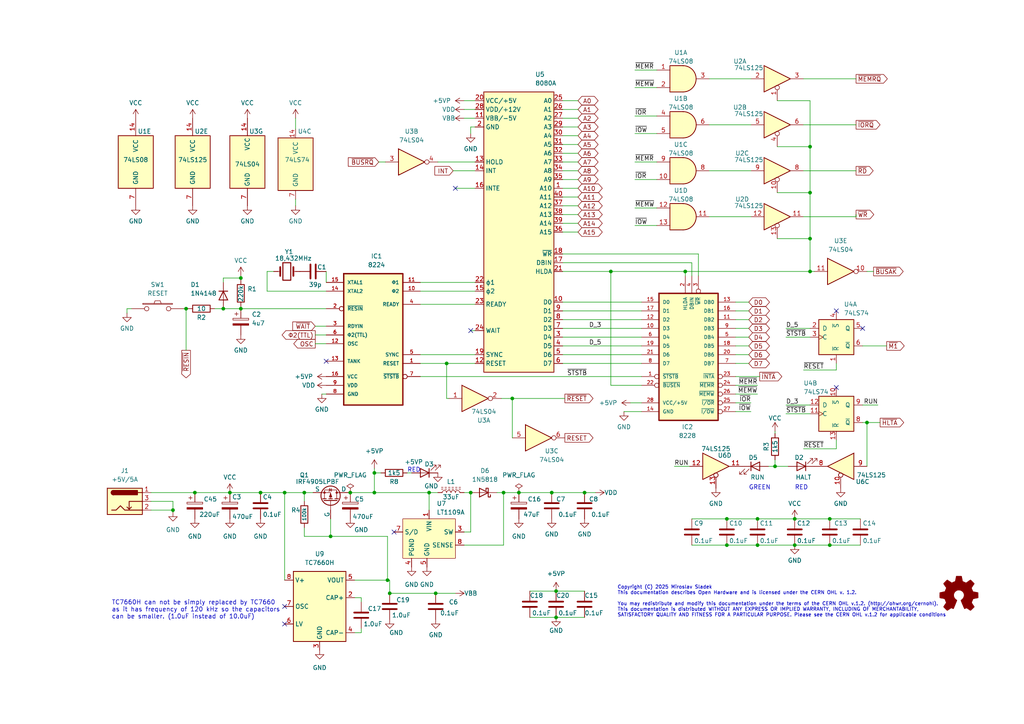
<source format=kicad_sch>
(kicad_sch (version 20230121) (generator eeschema)
  (paper "A4")
  (title_block (title "ECB 8080 SBC") (date "2025-03-17") (rev "A"))
  (junction (at 88.265 142.875))
  (junction (at 56.515 142.875))
  (junction (at 234.95 69.215))
  (junction (at 124.46 142.875))
  (junction (at 108.585 142.875))
  (junction (at 146.05 142.875))
  (junction (at 50.165 147.955))
  (junction (at 198.755 78.74))
  (junction (at 148.59 115.57))
  (junction (at 136.525 142.875))
  (junction (at 126.365 172.085))
  (junction (at 224.79 135.255))
  (junction (at 210.82 150.495))
  (junction (at 53.975 89.535))
  (junction (at 177.165 78.74))
  (junction (at 150.495 142.875))
  (junction (at 230.505 150.495))
  (junction (at 169.545 142.875))
  (junction (at 160.02 142.875))
  (junction (at 108.585 137.16))
  (junction (at 66.675 142.875))
  (junction (at 251.46 122.555))
  (junction (at 112.395 168.275))
  (junction (at 234.95 55.88))
  (junction (at 69.85 80.645))
  (junction (at 161.29 171.45))
  (junction (at 230.505 158.115))
  (junction (at 64.77 89.535))
  (junction (at 234.95 78.74))
  (junction (at 95.885 155.575))
  (junction (at 219.71 158.115))
  (junction (at 219.71 150.495))
  (junction (at 82.55 142.875))
  (junction (at 161.29 179.07))
  (junction (at 129.54 105.41))
  (junction (at 240.665 150.495))
  (junction (at 240.665 158.115))
  (junction (at 69.85 89.535))
  (junction (at 113.03 172.085))
  (junction (at 101.6 142.875))
  (junction (at 75.565 142.875))
  (junction (at 234.95 42.545))
  (junction (at 210.82 158.115))
  (no_connect (at 242.57 90.17))
  (no_connect (at 82.55 180.975))
  (no_connect (at 114.3 154.305))
  (no_connect (at 136.525 95.885))
  (no_connect (at 250.19 95.25))
  (no_connect (at 82.55 175.895))
  (no_connect (at 242.57 112.395))
  (no_connect (at 94.615 104.775))
  (no_connect (at 132.08 54.61))
  (wire (pts (xy 95.885 150.495) (xy 95.885 155.575)))
  (wire (pts (xy 177.165 78.74) (xy 177.165 111.76)))
  (wire (pts (xy 240.665 158.115) (xy 249.555 158.115)))
  (wire (pts (xy 186.055 102.87) (xy 163.195 102.87)))
  (wire (pts (xy 234.95 42.545) (xy 234.95 55.88)))
  (wire (pts (xy 177.165 78.74) (xy 198.755 78.74)))
  (wire (pts (xy 144.145 142.875) (xy 146.05 142.875)))
  (wire (pts (xy 109.855 46.99) (xy 111.76 46.99)))
  (wire (pts (xy 163.195 64.77) (xy 167.64 64.77)))
  (wire (pts (xy 75.565 142.875) (xy 82.55 142.875)))
  (wire (pts (xy 163.195 41.91) (xy 167.64 41.91)))
  (wire (pts (xy 163.195 52.07) (xy 167.64 52.07)))
  (wire (pts (xy 163.195 49.53) (xy 167.64 49.53)))
  (wire (pts (xy 163.195 76.2) (xy 200.66 76.2)))
  (wire (pts (xy 213.36 102.87) (xy 217.17 102.87)))
  (wire (pts (xy 127 46.99) (xy 137.795 46.99)))
  (wire (pts (xy 163.195 31.75) (xy 167.64 31.75)))
  (wire (pts (xy 163.195 73.66) (xy 202.565 73.66)))
  (wire (pts (xy 148.59 115.57) (xy 148.59 127)))
  (wire (pts (xy 124.46 142.875) (xy 124.46 147.955)))
  (wire (pts (xy 225.425 29.21) (xy 234.95 29.21)))
  (wire (pts (xy 163.195 67.31) (xy 167.64 67.31)))
  (wire (pts (xy 153.67 179.07) (xy 161.29 179.07)))
  (wire (pts (xy 224.79 135.255) (xy 228.6 135.255)))
  (wire (pts (xy 132.08 54.61) (xy 137.795 54.61)))
  (wire (pts (xy 184.15 38.735) (xy 190.5 38.735)))
  (wire (pts (xy 145.415 115.57) (xy 148.59 115.57)))
  (wire (pts (xy 163.195 46.99) (xy 167.64 46.99)))
  (wire (pts (xy 227.965 120.015) (xy 234.95 120.015)))
  (wire (pts (xy 213.36 100.33) (xy 217.17 100.33)))
  (wire (pts (xy 184.15 33.655) (xy 190.5 33.655)))
  (wire (pts (xy 136.525 95.885) (xy 137.795 95.885)))
  (wire (pts (xy 163.195 44.45) (xy 167.64 44.45)))
  (wire (pts (xy 69.85 80.01) (xy 69.85 80.645)))
  (wire (pts (xy 121.92 88.265) (xy 137.795 88.265)))
  (wire (pts (xy 205.74 49.53) (xy 217.805 49.53)))
  (wire (pts (xy 213.36 97.79) (xy 217.17 97.79)))
  (wire (pts (xy 112.395 168.275) (xy 113.03 168.275)))
  (wire (pts (xy 233.045 107.315) (xy 242.57 107.315)))
  (wire (pts (xy 251.46 122.555) (xy 251.46 135.255)))
  (wire (pts (xy 161.29 179.07) (xy 169.545 179.07)))
  (wire (pts (xy 205.74 62.865) (xy 217.805 62.865)))
  (wire (pts (xy 91.44 99.695) (xy 94.615 99.695)))
  (wire (pts (xy 248.285 62.23) (xy 248.285 62.865)))
  (wire (pts (xy 62.23 89.535) (xy 64.77 89.535)))
  (wire (pts (xy 85.725 34.29) (xy 85.725 37.465)))
  (wire (pts (xy 53.975 89.535) (xy 53.975 101.6)))
  (wire (pts (xy 205.74 22.86) (xy 217.805 22.86)))
  (wire (pts (xy 186.055 97.79) (xy 163.195 97.79)))
  (wire (pts (xy 200.025 135.255) (xy 195.58 135.255)))
  (wire (pts (xy 240.665 150.495) (xy 249.555 150.495)))
  (wire (pts (xy 184.15 65.405) (xy 190.5 65.405)))
  (wire (pts (xy 217.17 87.63) (xy 213.36 87.63)))
  (wire (pts (xy 219.71 158.115) (xy 230.505 158.115)))
  (wire (pts (xy 198.755 78.74) (xy 198.755 80.01)))
  (wire (pts (xy 163.195 36.83) (xy 167.64 36.83)))
  (wire (pts (xy 134.62 31.75) (xy 137.795 31.75)))
  (wire (pts (xy 121.92 105.41) (xy 129.54 105.41)))
  (wire (pts (xy 186.055 119.38) (xy 180.975 119.38)))
  (wire (pts (xy 161.29 171.45) (xy 169.545 171.45)))
  (wire (pts (xy 108.585 137.16) (xy 110.49 137.16)))
  (wire (pts (xy 153.67 171.45) (xy 161.29 171.45)))
  (wire (pts (xy 184.15 25.4) (xy 190.5 25.4)))
  (wire (pts (xy 121.92 102.87) (xy 137.795 102.87)))
  (wire (pts (xy 79.375 78.74) (xy 77.47 78.74)))
  (wire (pts (xy 227.965 95.25) (xy 234.95 95.25)))
  (wire (pts (xy 134.62 158.115) (xy 146.05 158.115)))
  (wire (pts (xy 186.055 95.25) (xy 163.195 95.25)))
  (wire (pts (xy 134.62 29.21) (xy 137.795 29.21)))
  (wire (pts (xy 108.585 142.875) (xy 124.46 142.875)))
  (wire (pts (xy 163.195 57.15) (xy 167.64 57.15)))
  (wire (pts (xy 163.195 62.23) (xy 167.64 62.23)))
  (wire (pts (xy 210.82 158.115) (xy 219.71 158.115)))
  (wire (pts (xy 225.425 42.545) (xy 234.95 42.545)))
  (wire (pts (xy 137.795 36.83) (xy 136.525 36.83)))
  (wire (pts (xy 56.515 142.875) (xy 66.675 142.875)))
  (wire (pts (xy 160.02 142.875) (xy 169.545 142.875)))
  (wire (pts (xy 50.165 147.955) (xy 50.165 148.59)))
  (wire (pts (xy 233.045 49.53) (xy 248.285 49.53)))
  (wire (pts (xy 225.425 69.215) (xy 234.95 69.215)))
  (wire (pts (xy 146.05 158.115) (xy 146.05 142.875)))
  (wire (pts (xy 112.395 155.575) (xy 112.395 168.275)))
  (wire (pts (xy 177.165 111.76) (xy 186.055 111.76)))
  (wire (pts (xy 94.615 78.74) (xy 94.615 81.915)))
  (wire (pts (xy 163.195 54.61) (xy 167.64 54.61)))
  (wire (pts (xy 200.66 150.495) (xy 210.82 150.495)))
  (wire (pts (xy 234.95 55.88) (xy 234.95 69.215)))
  (wire (pts (xy 69.85 80.645) (xy 69.85 81.28)))
  (wire (pts (xy 234.95 78.74) (xy 236.22 78.74)))
  (wire (pts (xy 95.885 155.575) (xy 112.395 155.575)))
  (wire (pts (xy 134.62 142.875) (xy 136.525 142.875)))
  (wire (pts (xy 233.045 62.865) (xy 248.285 62.865)))
  (wire (pts (xy 200.66 76.2) (xy 200.66 80.01)))
  (wire (pts (xy 198.755 78.74) (xy 234.95 78.74)))
  (wire (pts (xy 43.815 145.415) (xy 50.165 145.415)))
  (wire (pts (xy 88.265 153.035) (xy 88.265 155.575)))
  (wire (pts (xy 43.815 142.875) (xy 56.515 142.875)))
  (wire (pts (xy 224.79 125.73) (xy 224.79 125.095)))
  (wire (pts (xy 104.775 183.515) (xy 102.87 183.515)))
  (wire (pts (xy 186.055 92.71) (xy 163.195 92.71)))
  (wire (pts (xy 102.87 168.275) (xy 112.395 168.275)))
  (wire (pts (xy 184.15 20.32) (xy 190.5 20.32)))
  (wire (pts (xy 234.95 69.215) (xy 234.95 78.74)))
  (wire (pts (xy 230.505 150.495) (xy 240.665 150.495)))
  (wire (pts (xy 131.445 49.53) (xy 137.795 49.53)))
  (wire (pts (xy 148.59 115.57) (xy 163.83 115.57)))
  (wire (pts (xy 64.77 80.645) (xy 69.85 80.645)))
  (wire (pts (xy 205.74 36.195) (xy 217.805 36.195)))
  (wire (pts (xy 108.585 137.16) (xy 108.585 142.875)))
  (wire (pts (xy 88.265 155.575) (xy 95.885 155.575)))
  (wire (pts (xy 69.85 89.535) (xy 69.85 88.9)))
  (wire (pts (xy 186.055 87.63) (xy 163.195 87.63)))
  (wire (pts (xy 213.36 105.41) (xy 217.17 105.41)))
  (wire (pts (xy 222.885 135.255) (xy 224.79 135.255)))
  (wire (pts (xy 242.57 107.315) (xy 242.57 105.41)))
  (wire (pts (xy 85.725 59.69) (xy 85.725 57.785)))
  (wire (pts (xy 186.055 105.41) (xy 163.195 105.41)))
  (wire (pts (xy 163.195 29.21) (xy 167.64 29.21)))
  (wire (pts (xy 94.615 89.535) (xy 69.85 89.535)))
  (wire (pts (xy 77.47 84.455) (xy 94.615 84.455)))
  (wire (pts (xy 213.36 116.84) (xy 217.805 116.84)))
  (wire (pts (xy 233.045 22.86) (xy 248.285 22.86)))
  (wire (pts (xy 257.175 100.33) (xy 250.19 100.33)))
  (wire (pts (xy 254.635 117.475) (xy 250.19 117.475)))
  (wire (pts (xy 255.27 122.555) (xy 251.46 122.555)))
  (wire (pts (xy 163.195 78.74) (xy 177.165 78.74)))
  (wire (pts (xy 163.195 59.69) (xy 167.64 59.69)))
  (wire (pts (xy 150.495 142.875) (xy 160.02 142.875)))
  (wire (pts (xy 88.265 142.875) (xy 90.805 142.875)))
  (wire (pts (xy 225.425 55.88) (xy 234.95 55.88)))
  (wire (pts (xy 184.15 46.99) (xy 190.5 46.99)))
  (wire (pts (xy 213.36 95.25) (xy 217.17 95.25)))
  (wire (pts (xy 234.95 29.21) (xy 234.95 42.545)))
  (wire (pts (xy 129.54 115.57) (xy 130.175 115.57)))
  (wire (pts (xy 129.54 105.41) (xy 137.795 105.41)))
  (wire (pts (xy 146.05 142.875) (xy 150.495 142.875)))
  (wire (pts (xy 242.57 127.635) (xy 242.57 130.175)))
  (wire (pts (xy 118.11 137.16) (xy 119.38 137.16)))
  (wire (pts (xy 64.77 81.915) (xy 64.77 80.645)))
  (wire (pts (xy 53.975 89.535) (xy 53.34 89.535)))
  (wire (pts (xy 186.055 90.17) (xy 163.195 90.17)))
  (wire (pts (xy 184.15 60.325) (xy 190.5 60.325)))
  (wire (pts (xy 213.36 114.3) (xy 219.71 114.3)))
  (wire (pts (xy 64.77 89.535) (xy 69.85 89.535)))
  (wire (pts (xy 36.83 89.535) (xy 36.83 90.805)))
  (wire (pts (xy 104.775 182.245) (xy 104.775 183.515)))
  (wire (pts (xy 91.44 94.615) (xy 94.615 94.615)))
  (wire (pts (xy 82.55 142.875) (xy 88.265 142.875)))
  (wire (pts (xy 163.195 39.37) (xy 167.64 39.37)))
  (wire (pts (xy 163.195 34.29) (xy 167.64 34.29)))
  (wire (pts (xy 54.61 89.535) (xy 53.975 89.535)))
  (wire (pts (xy 210.82 150.495) (xy 219.71 150.495)))
  (wire (pts (xy 169.545 142.875) (xy 172.72 142.875)))
  (wire (pts (xy 77.47 78.74) (xy 77.47 84.455)))
  (wire (pts (xy 134.62 34.29) (xy 137.795 34.29)))
  (wire (pts (xy 121.92 109.22) (xy 186.055 109.22)))
  (wire (pts (xy 43.815 147.955) (xy 50.165 147.955)))
  (wire (pts (xy 202.565 73.66) (xy 202.565 80.01)))
  (wire (pts (xy 136.525 36.83) (xy 136.525 38.735)))
  (wire (pts (xy 213.36 92.71) (xy 217.17 92.71)))
  (wire (pts (xy 94.615 114.3) (xy 93.345 114.3)))
  (wire (pts (xy 227.965 117.475) (xy 234.95 117.475)))
  (wire (pts (xy 50.165 145.415) (xy 50.165 147.955)))
  (wire (pts (xy 251.46 78.74) (xy 253.365 78.74)))
  (wire (pts (xy 66.675 142.875) (xy 75.565 142.875)))
  (wire (pts (xy 186.055 116.84) (xy 182.88 116.84)))
  (wire (pts (xy 91.44 97.155) (xy 94.615 97.155)))
  (wire (pts (xy 213.36 109.22) (xy 220.345 109.22)))
  (wire (pts (xy 108.585 135.89) (xy 108.585 137.16)))
  (wire (pts (xy 121.92 84.455) (xy 137.795 84.455)))
  (wire (pts (xy 104.775 173.355) (xy 104.775 174.625)))
  (wire (pts (xy 186.055 100.33) (xy 163.195 100.33)))
  (wire (pts (xy 233.045 130.175) (xy 242.57 130.175)))
  (wire (pts (xy 230.505 158.115) (xy 240.665 158.115)))
  (wire (pts (xy 134.62 154.305) (xy 136.525 154.305)))
  (wire (pts (xy 227.965 97.79) (xy 234.95 97.79)))
  (wire (pts (xy 219.71 150.495) (xy 230.505 150.495)))
  (wire (pts (xy 101.6 142.875) (xy 108.585 142.875)))
  (wire (pts (xy 129.54 105.41) (xy 129.54 115.57)))
  (wire (pts (xy 224.79 133.35) (xy 224.79 135.255)))
  (wire (pts (xy 113.03 172.085) (xy 126.365 172.085)))
  (wire (pts (xy 233.045 36.195) (xy 248.285 36.195)))
  (wire (pts (xy 121.92 81.915) (xy 137.795 81.915)))
  (wire (pts (xy 100.965 142.875) (xy 101.6 142.875)))
  (wire (pts (xy 88.265 145.415) (xy 88.265 142.875)))
  (wire (pts (xy 200.66 158.115) (xy 210.82 158.115)))
  (wire (pts (xy 136.525 154.305) (xy 136.525 142.875)))
  (wire (pts (xy 113.03 168.275) (xy 113.03 172.085)))
  (wire (pts (xy 102.87 173.355) (xy 104.775 173.355)))
  (wire (pts (xy 82.55 142.875) (xy 82.55 168.275)))
  (wire (pts (xy 213.36 90.17) (xy 217.17 90.17)))
  (wire (pts (xy 126.365 172.085) (xy 132.08 172.085)))
  (wire (pts (xy 213.36 111.76) (xy 219.71 111.76)))
  (wire (pts (xy 213.36 119.38) (xy 217.805 119.38)))
  (wire (pts (xy 36.83 89.535) (xy 38.1 89.535)))
  (wire (pts (xy 184.15 52.07) (xy 190.5 52.07)))
  (wire (pts (xy 251.46 122.555) (xy 250.19 122.555)))
  (wire (pts (xy 124.46 142.875) (xy 127 142.875)))
  (text "GREEN" (at 217.17 142.24 0) (effects (font (size 1.27 1.27)) (justify left bottom)))
  (text "RED" (at 118.11 137.16 0) (effects (font (size 1.27 1.27)) (justify left bottom)))
  (text "TC7660H can not be simply replaced by TC7660 \nas it has frequency of 120 kHz so the capacitors \ncan be smaller. (1.0uF instead of 10.0uF)" (at 32.385 179.705 0) (effects (font (size 1.27 1.27)) (justify left bottom)))
  (text "Copyright (C) 2025 Miroslav Sladek\nThis documentation describes Open Hardware and is licensed under the CERN OHL v. 1.2.\n\nYou may redistribute and modify this documentation under the terms of the CERN OHL v.1.2. (http://ohwr.org/cernohl).\nThis documentation is distributed WITHOUT ANY EXPRESS OR IMPLIED WARRANTY, INCLUDING OF MERCHANTABILITY,\nSATISFACTORY QUALITY AND FITNESS FOR A PARTICULAR PURPOSE. Please see the CERN OHL v.1.2 for applicable conditions" (at 179.07 179.07 0) (effects (font (size 1 1)) (justify left bottom)))
  (text "RED" (at 230.505 142.24 0) (effects (font (size 1.27 1.27)) (justify left bottom)))
  (label "~{MEMR}" (at 184.15 46.99 0))
  (label "~{MEMR}" (at 219.71 111.76 180))
  (label "~{STSTB}" (at 227.965 97.79 0))
  (label "~{MEMW}" (at 184.15 25.4 0))
  (label "D_3" (at 170.815 95.25 0))
  (label "~{STSTB}" (at 164.465 109.22 0))
  (label "~{RESET}" (at 233.045 107.315 0))
  (label "RUN" (at 254.635 117.475 180))
  (label "~{MEMR}" (at 184.15 20.32 0))
  (label "~{RESET}" (at 233.045 130.175 0))
  (label "~{MEMW}" (at 184.15 60.325 0))
  (label "~{IOR}" (at 184.15 33.655 0))
  (label "D_5" (at 170.815 100.33 0))
  (label "D_5" (at 227.965 95.25 0))
  (label "~{MEMW}" (at 219.71 114.3 180))
  (label "~{STSTB}" (at 227.965 120.015 0))
  (label "~{IOW}" (at 184.15 65.405 0))
  (label "~{IOW}" (at 184.15 38.735 0))
  (label "~{IOW}" (at 217.805 119.38 180))
  (label "~{IOR}" (at 217.805 116.84 180))
  (label "~{IOR}" (at 184.15 52.07 0))
  (label "RUN" (at 195.58 135.255 0))
  (label "D_3" (at 227.965 117.475 0))
  (global_label "D4" (shape tri_state) (at 217.17 97.79 0) (property "Intersheetrefs" "${INTERSHEET_REFS}" (effects hide)))
  (global_label "D5" (shape tri_state) (at 217.17 100.33 0) (property "Intersheetrefs" "${INTERSHEET_REFS}" (effects hide)))
  (global_label "D1" (shape tri_state) (at 217.17 90.17 0) (property "Intersheetrefs" "${INTERSHEET_REFS}" (effects hide)))
  (global_label "~{RESET}" (shape output) (at 163.83 115.57 0) (property "Intersheetrefs" "${INTERSHEET_REFS}" (effects hide)))
  (global_label "A9" (shape tri_state) (at 167.64 52.07 0) (property "Intersheetrefs" "${INTERSHEET_REFS}" (effects hide)))
  (global_label "Φ2(TTL)" (shape output) (at 91.44 97.155 180) (property "Intersheetrefs" "${INTERSHEET_REFS}" (effects hide)))
  (global_label "~{BUSAK}" (shape output) (at 253.365 78.74 0) (property "Intersheetrefs" "${INTERSHEET_REFS}" (effects hide)))
  (global_label "A1" (shape tri_state) (at 167.64 31.75 0) (property "Intersheetrefs" "${INTERSHEET_REFS}" (effects hide)))
  (global_label "A8" (shape tri_state) (at 167.64 49.53 0) (property "Intersheetrefs" "${INTERSHEET_REFS}" (effects hide)))
  (global_label "RESET" (shape output) (at 163.83 127 0) (property "Intersheetrefs" "${INTERSHEET_REFS}" (effects hide)))
  (global_label "~{M1}" (shape output) (at 257.175 100.33 0) (property "Intersheetrefs" "${INTERSHEET_REFS}" (effects hide)))
  (global_label "INT" (shape input) (at 131.445 49.53 180) (property "Intersheetrefs" "${INTERSHEET_REFS}" (effects hide)))
  (global_label "A5" (shape tri_state) (at 167.64 41.91 0) (property "Intersheetrefs" "${INTERSHEET_REFS}" (effects hide)))
  (global_label "A4" (shape tri_state) (at 167.64 39.37 0) (property "Intersheetrefs" "${INTERSHEET_REFS}" (effects hide)))
  (global_label "D0" (shape tri_state) (at 217.17 87.63 0) (property "Intersheetrefs" "${INTERSHEET_REFS}" (effects hide)))
  (global_label "D6" (shape tri_state) (at 217.17 102.87 0) (property "Intersheetrefs" "${INTERSHEET_REFS}" (effects hide)))
  (global_label "~{WAIT}" (shape input) (at 91.44 94.615 180) (property "Intersheetrefs" "${INTERSHEET_REFS}" (effects hide)))
  (global_label "D2" (shape tri_state) (at 217.17 92.71 0) (property "Intersheetrefs" "${INTERSHEET_REFS}" (effects hide)))
  (global_label "OSC" (shape output) (at 91.44 99.695 180) (property "Intersheetrefs" "${INTERSHEET_REFS}" (effects hide)))
  (global_label "A14" (shape tri_state) (at 167.64 64.77 0) (property "Intersheetrefs" "${INTERSHEET_REFS}" (effects hide)))
  (global_label "A13" (shape tri_state) (at 167.64 62.23 0) (property "Intersheetrefs" "${INTERSHEET_REFS}" (effects hide)))
  (global_label "~{HLTA}" (shape output) (at 255.27 122.555 0) (property "Intersheetrefs" "${INTERSHEET_REFS}" (effects hide)))
  (global_label "A6" (shape tri_state) (at 167.64 44.45 0) (property "Intersheetrefs" "${INTERSHEET_REFS}" (effects hide)))
  (global_label "A12" (shape tri_state) (at 167.64 59.69 0) (property "Intersheetrefs" "${INTERSHEET_REFS}" (effects hide)))
  (global_label "~{RESIN}" (shape output) (at 53.975 101.6 270) (property "Intersheetrefs" "${INTERSHEET_REFS}" (effects hide)))
  (global_label "A0" (shape tri_state) (at 167.64 29.21 0) (property "Intersheetrefs" "${INTERSHEET_REFS}" (effects hide)))
  (global_label "A3" (shape tri_state) (at 167.64 36.83 0) (property "Intersheetrefs" "${INTERSHEET_REFS}" (effects hide)))
  (global_label "A11" (shape tri_state) (at 167.64 57.15 0) (property "Intersheetrefs" "${INTERSHEET_REFS}" (effects hide)))
  (global_label "~{MEMRQ}" (shape output) (at 248.285 22.86 0) (property "Intersheetrefs" "${INTERSHEET_REFS}" (effects hide)))
  (global_label "~{RD}" (shape output) (at 248.285 49.53 0) (property "Intersheetrefs" "${INTERSHEET_REFS}" (effects hide)))
  (global_label "A10" (shape tri_state) (at 167.64 54.61 0) (property "Intersheetrefs" "${INTERSHEET_REFS}" (effects hide)))
  (global_label "D3" (shape tri_state) (at 217.17 95.25 0) (property "Intersheetrefs" "${INTERSHEET_REFS}" (effects hide)))
  (global_label "~{INTA}" (shape output) (at 220.345 109.22 0) (property "Intersheetrefs" "${INTERSHEET_REFS}" (effects hide)))
  (global_label "A15" (shape tri_state) (at 167.64 67.31 0) (property "Intersheetrefs" "${INTERSHEET_REFS}" (effects hide)))
  (global_label "A2" (shape tri_state) (at 167.64 34.29 0) (property "Intersheetrefs" "${INTERSHEET_REFS}" (effects hide)))
  (global_label "A7" (shape tri_state) (at 167.64 46.99 0) (property "Intersheetrefs" "${INTERSHEET_REFS}" (effects hide)))
  (global_label "~{BUSRQ}" (shape input) (at 109.855 46.99 180) (property "Intersheetrefs" "${INTERSHEET_REFS}" (effects hide)))
  (global_label "D7" (shape tri_state) (at 217.17 105.41 0) (property "Intersheetrefs" "${INTERSHEET_REFS}" (effects hide)))
  (global_label "~{WR}" (shape output) (at 248.285 62.23 0) (property "Intersheetrefs" "${INTERSHEET_REFS}" (effects hide)))
  (global_label "~{IORQ}" (shape output) (at 248.285 36.195 0) (property "Intersheetrefs" "${INTERSHEET_REFS}" (effects hide)))
  (symbol (lib_id "LT1109A:LT1109A") (at 124.46 148.59 0) (unit 1)
    (property "Reference" "U7" (at 126.6541 146.05 0) (effects (justify left)))
    (property "Value" "LT1109A" (at 126.6541 148.59 0) (effects (justify left)))
    (property "Footprint" "Package_DIP:DIP-8_W7.62mm_Socket" (effects hide))
  )
  (symbol (lib_id "Device:C") (at 240.665 154.305 0) (unit 1)
    (property "Reference" "C13" (at 241.935 151.765 0) (effects (justify left)))
    (property "Value" "0.1uF" (at 241.3 156.845 0) (effects (justify left)))
    (property "Footprint" "Capacitor_THT:C_Disc_D4.3mm_W1.9mm_P5.00mm" (effects hide))
    (property "Mfr. No" "SR215E104MAR" (effects hide))
  )
  (symbol (lib_id "Diode:1N4148") (at 64.77 85.725 270) (unit 1)
    (property "Reference" "D1" (at 55.245 82.55 90) (effects (justify left)))
    (property "Value" "1N4148" (at 55.245 85.09 90) (effects (justify left)))
    (property "Footprint" "Diode_THT:D_DO-35_SOD27_P7.62mm_Horizontal" (effects hide))
    (property "Datasheet" "https://assets.nexperia.com/documents/data-sheet/1N4148_1N4448.pdf" (effects hide))
    (property "Sim.Device" "D" (effects hide))
    (property "Sim.Pins" "1=K 2=A" (effects hide))
  )
  (symbol (lib_id "power:VCC") (at 66.675 142.875 0) (unit 1)
    (property "Reference" "#PWR042" (effects hide))
    (property "Value" "VCC" (at 66.675 138.43 0))
  )
  (symbol (lib_id "power:VCC") (at 71.755 34.29 0) (unit 1)
    (property "Reference" "#PWR04" (effects hide))
    (property "Value" "VCC" (at 71.755 29.845 0))
  )
  (symbol (lib_id "Device:LED") (at 219.075 135.255 0) (unit 1)
    (property "Reference" "D5" (at 218.44 132.715 0))
    (property "Value" "RUN" (at 219.71 138.43 0))
    (property "Footprint" "LED_THT:LED_D3.0mm" (effects hide))
    (property "Mfr. No" "3GDL-S " (effects hide))
  )
  (symbol (lib_id "power:GND") (at 127 137.16 0) (unit 1)
    (property "Reference" "#PWR031" (effects hide))
    (property "Value" "GND" (at 125.095 140.97 0))
  )
  (symbol (lib_id "power:GND") (at 230.505 158.115 0) (unit 1)
    (property "Reference" "#PWR037" (effects hide))
    (property "Value" "GND" (at 230.505 162.56 0))
  )
  (symbol (lib_id "Device:Crystal") (at 83.185 78.74 0) (unit 1)
    (property "Reference" "Y1" (at 83.82 73.025 0))
    (property "Value" "18,432MHz" (at 85.09 74.93 0))
    (property "Footprint" "Crystal:Crystal_HC49-U_Vertical" (effects hide))
    (property "Mfr. No" "AB-18.432MHZ-B2" (effects hide))
  )
  (symbol (lib_name "74LS08_5") (lib_id "74xx:74LS08") (at 198.12 62.865 0) (unit 4)
    (property "Reference" "U1" (at 197.485 55.245 0))
    (property "Value" "74LS08" (at 197.485 57.785 0))
    (property "Footprint" "Package_DIP:DIP-14_W7.62mm_Socket" (effects hide))
    (property "Datasheet" "http://www.ti.com/lit/gpn/sn74LS08" (effects hide))
  )
  (symbol (lib_id "power:VDD") (at 172.72 142.875 270) (unit 1)
    (property "Reference" "#PWR023" (effects hide))
    (property "Value" "VDD" (at 175.26 142.875 90) (effects (justify left)))
  )
  (symbol (lib_id "Device:C") (at 161.29 175.26 0) (unit 1)
    (property "Reference" "C20" (at 161.29 172.72 0) (effects (justify left)))
    (property "Value" "0.1uF" (at 161.925 177.8 0) (effects (justify left)))
    (property "Footprint" "Capacitor_THT:C_Disc_D4.3mm_W1.9mm_P5.00mm" (effects hide))
    (property "Mfr. No" "SR215E104MAR" (effects hide))
  )
  (symbol (lib_name "74LS08_5") (lib_id "74xx:74LS08") (at 198.12 22.86 0) (unit 1)
    (property "Reference" "U1" (at 197.485 15.24 0))
    (property "Value" "74LS08" (at 197.485 17.78 0))
    (property "Footprint" "Package_DIP:DIP-14_W7.62mm_Socket" (effects hide))
    (property "Datasheet" "http://www.ti.com/lit/gpn/sn74LS08" (effects hide))
  )
  (symbol (lib_id "Device:C") (at 75.565 146.685 0) (unit 1)
    (property "Reference" "C4" (at 76.2 144.145 0) (effects (justify left)))
    (property "Value" "0.1uF" (at 76.2 149.225 0) (effects (justify left)))
    (property "Footprint" "Capacitor_THT:C_Disc_D4.3mm_W1.9mm_P5.00mm" (effects hide))
    (property "Mfr. No" "SR215E104MAR" (effects hide))
  )
  (symbol (lib_id "power:VDDA") (at 134.62 34.29 90) (unit 1)
    (property "Reference" "#PWR07" (effects hide))
    (property "Value" "VBB" (at 132.08 34.29 90) (effects (justify left)))
  )
  (symbol (lib_id "Device:R") (at 114.3 137.16 270) (unit 1)
    (property "Reference" "R8" (at 114.3 139.7 90))
    (property "Value" "1k5" (at 114.3 137.16 90))
    (property "Footprint" "Resistor_THT:R_Axial_DIN0204_L3.6mm_D1.6mm_P7.62mm_Horizontal" (effects hide))
    (property "Mfr. No" "CF18JT1K50" (effects hide))
  )
  (symbol (lib_id "power:GND") (at 69.85 97.155 0) (unit 1)
    (property "Reference" "#PWR015" (effects hide))
    (property "Value" "GND" (at 69.85 101.6 0))
  )
  (symbol (lib_id "Device:C") (at 249.555 154.305 0) (unit 1)
    (property "Reference" "C14" (at 250.19 151.765 0) (effects (justify left)))
    (property "Value" "0.1uF" (at 250.19 156.845 0) (effects (justify left)))
    (property "Footprint" "Capacitor_THT:C_Disc_D4.3mm_W1.9mm_P5.00mm" (effects hide))
    (property "Mfr. No" "SR215E104MAR" (effects hide))
  )
  (symbol (lib_id "power:GND") (at 160.02 150.495 0) (unit 1)
    (property "Reference" "#PWR036" (effects hide))
    (property "Value" "GND" (at 160.02 154.94 0))
  )
  (symbol (lib_id "Device:L_Ferrite") (at 130.81 142.875 90) (unit 1)
    (property "Reference" "L1" (at 130.81 139.7 90))
    (property "Value" "33uF" (at 130.81 144.145 90))
    (property "Footprint" "Inductor_THT:L_Radial_D6.0mm_P4.00mm" (effects hide))
    (property "Mfr. No" "SBC2-330-112" (effects hide))
  )
  (symbol (lib_name "+5VP_2") (lib_id "power:+5VP") (at 108.585 135.89 0) (unit 1)
    (property "Reference" "#PWR0121" (effects hide))
    (property "Value" "+5VP" (at 108.585 130.81 0))
  )
  (symbol (lib_id "Device:C") (at 160.02 146.685 0) (unit 1)
    (property "Reference" "C7" (at 161.29 144.78 0) (effects (justify left)))
    (property "Value" "0.1uF" (at 161.925 149.225 0) (effects (justify left)))
    (property "Footprint" "Capacitor_THT:C_Disc_D4.3mm_W1.9mm_P5.00mm" (effects hide))
    (property "Mfr. No" "SR215E104MAR" (effects hide))
  )
  (symbol (lib_id "power:GND") (at 71.755 59.69 0) (unit 1)
    (property "Reference" "#PWR011" (effects hide))
    (property "Value" "GND" (at 71.755 64.135 0))
  )
  (symbol (lib_id "power:GND") (at 36.83 90.805 0) (unit 1)
    (property "Reference" "#PWR014" (effects hide))
    (property "Value" "GND" (at 36.83 95.25 0))
  )
  (symbol (lib_id "power:GND") (at 39.37 59.69 0) (unit 1)
    (property "Reference" "#PWR09" (effects hide))
    (property "Value" "GND" (at 39.37 64.135 0))
  )
  (symbol (lib_id "power:GND") (at 161.29 179.07 0) (unit 1)
    (property "Reference" "#PWR027" (effects hide))
    (property "Value" "GND" (at 161.29 182.88 0))
  )
  (symbol (lib_id "Device:R") (at 58.42 89.535 90) (unit 1)
    (property "Reference" "R2" (at 58.42 92.075 90))
    (property "Value" "10" (at 58.42 89.535 90))
    (property "Footprint" "Resistor_THT:R_Axial_DIN0204_L3.6mm_D1.6mm_P7.62mm_Horizontal" (effects hide))
    (property "Mfr. No" "CF18JT10R0" (effects hide))
  )
  (symbol (lib_id "Device:R") (at 88.265 149.225 0) (unit 1)
    (property "Reference" "R4" (at 84.455 147.955 0) (effects (justify left)))
    (property "Value" "100k" (at 88.265 151.13 90) (effects (font (size 1.016 1.016)) (justify left)))
    (property "Footprint" "Resistor_THT:R_Axial_DIN0204_L3.6mm_D1.6mm_P7.62mm_Horizontal" (effects hide))
    (property "Mfr. No" "CF18JT10K0" (effects hide))
  )
  (symbol (lib_id "power:VCC") (at 39.37 34.29 0) (unit 1)
    (property "Reference" "#PWR02" (effects hide))
    (property "Value" "VCC" (at 39.37 29.845 0))
  )
  (symbol (lib_id "74xx:74LS125") (at 225.425 49.53 0) (unit 3)
    (property "Reference" "U2" (at 215.265 44.45 0))
    (property "Value" "74LS125" (at 217.17 46.355 0))
    (property "Footprint" "Package_DIP:DIP-14_W7.62mm_Socket" (effects hide))
    (property "Datasheet" "http://www.ti.com/lit/gpn/sn74LS125" (effects hide))
  )
  (symbol (lib_id "Device:C") (at 169.545 175.26 0) (unit 1)
    (property "Reference" "C15" (at 169.545 172.72 0) (effects (justify left)))
    (property "Value" "0.1uF" (at 169.545 177.8 0) (effects (justify left)))
    (property "Footprint" "Capacitor_THT:C_Disc_D4.3mm_W1.9mm_P5.00mm" (effects hide))
    (property "Mfr. No" "SR215E104MAR" (effects hide))
  )
  (symbol (lib_id "74xx:74LS125") (at 207.645 135.255 0) (unit 4)
    (property "Reference" "U6" (at 210.185 132.08 0))
    (property "Value" "74LS125" (at 207.645 130.175 0))
    (property "Footprint" "Package_DIP:DIP-14_W7.62mm_Socket" (effects hide))
    (property "Datasheet" "http://www.ti.com/lit/gpn/sn74LS125" (effects hide))
  )
  (symbol (lib_id "power:GND") (at 93.345 114.3 0) (unit 1)
    (property "Reference" "#PWR018" (effects hide))
    (property "Value" "GND" (at 93.345 118.745 0))
  )
  (symbol (lib_id "power:GND") (at 101.6 150.495 0) (unit 1)
    (property "Reference" "#PWR0120" (effects hide))
    (property "Value" "GND" (at 104.775 153.67 0))
  )
  (symbol (lib_id "Device:C_Polarized") (at 101.6 146.685 0) (unit 1)
    (property "Reference" "C5" (at 102.87 144.78 0) (effects (justify left)))
    (property "Value" "470uF" (at 102.235 149.86 0) (effects (justify left)))
    (property "Footprint" "Capacitor_THT:CP_Radial_D6.3mm_P2.50mm" (effects hide))
    (property "Mfr. No" "ESK477M6R3AE3AA" (effects hide))
  )
  (symbol (lib_id "power:GND") (at 85.725 59.69 0) (unit 1)
    (property "Reference" "#PWR012" (effects hide))
    (property "Value" "GND" (at 85.725 64.135 0))
  )
  (symbol (lib_id "power:GND") (at 169.545 150.495 0) (unit 1)
    (property "Reference" "#PWR028" (effects hide))
    (property "Value" "GND" (at 169.545 154.94 0))
  )
  (symbol (lib_id "Device:C") (at 153.67 175.26 0) (unit 1)
    (property "Reference" "C18" (at 153.67 172.72 0) (effects (justify left)))
    (property "Value" "0.1uF" (at 154.305 177.8 0) (effects (justify left)))
    (property "Footprint" "Capacitor_THT:C_Disc_D4.3mm_W1.9mm_P5.00mm" (effects hide))
    (property "Mfr. No" "SR215E104MAR" (effects hide))
  )
  (symbol (lib_id "power:GND") (at 180.975 119.38 0) (unit 1)
    (property "Reference" "#PWR020" (effects hide))
    (property "Value" "GND" (at 180.975 123.825 0))
  )
  (symbol (lib_name "74LS08_5") (lib_id "74xx:74LS08") (at 39.37 46.99 0) (unit 5)
    (property "Reference" "U1" (at 41.91 38.1 0))
    (property "Value" "74LS08" (at 39.37 46.355 0))
    (property "Footprint" "Package_DIP:DIP-14_W7.62mm_Socket" (effects hide))
    (property "Datasheet" "http://www.ti.com/lit/gpn/sn74LS08" (effects hide))
  )
  (symbol (lib_id "Device:C") (at 126.365 175.895 0) (unit 1)
    (property "Reference" "C6" (at 130.175 174.625 0) (effects (justify left)))
    (property "Value" "0.1uF" (at 127.635 177.8 0) (effects (justify left)))
    (property "Footprint" "Capacitor_THT:C_Disc_D4.3mm_W1.9mm_P5.00mm" (effects hide))
    (property "Mfr. No" "SR215E104MAR" (effects hide))
  )
  (symbol (lib_id "Device:C_Polarized") (at 56.515 146.685 0) (unit 1)
    (property "Reference" "C45" (at 59.055 144.78 0) (effects (justify left)))
    (property "Value" "220uF" (at 57.785 149.225 0) (effects (justify left)))
    (property "Footprint" "Capacitor_THT:CP_Radial_D5.0mm_P2.00mm" (effects hide))
    (property "Mfr. No" "ECA-0JHG221B" (effects hide))
  )
  (symbol (lib_id "MCU_Intel:8080A") (at 150.495 69.85 0) (unit 1)
    (property "Reference" "U5" (at 155.2291 21.59 0) (effects (justify left)))
    (property "Value" "8080A" (at 155.2291 24.13 0) (effects (justify left)))
    (property "Footprint" "Package_DIP:DIP-40_W15.24mm_Socket" (effects hide))
    (property "Datasheet" "http://datasheets.chipdb.org/Intel/MCS-80/intel-8080.pdf" (effects hide))
  )
  (symbol (lib_id "74xx:74LS74") (at 85.725 47.625 0) (unit 3)
    (property "Reference" "U4" (at 86.36 38.1 0) (effects (justify left)))
    (property "Value" "74LS74" (at 82.55 46.355 0) (effects (justify left)))
    (property "Footprint" "Package_DIP:DIP-14_W7.62mm_Socket" (effects hide))
    (property "Datasheet" "74xx/74hc_hct74.pdf" (effects hide))
  )
  (symbol (lib_id "power:VCC") (at 224.79 125.095 0) (unit 1)
    (property "Reference" "#PWR021" (effects hide))
    (property "Value" "VCC" (at 224.79 121.285 0))
  )
  (symbol (lib_id "74xx:74LS04") (at 156.21 127 0) (unit 3)
    (property "Reference" "U3" (at 160.02 130.81 0))
    (property "Value" "74LS04" (at 160.02 133.35 0))
    (property "Footprint" "Package_DIP:DIP-14_W7.62mm_Socket" (effects hide))
    (property "Datasheet" "http://www.ti.com/lit/gpn/sn74LS04" (effects hide))
  )
  (symbol (lib_id "Diode:1N5818") (at 140.335 142.875 180) (unit 1)
    (property "Reference" "D6" (at 140.6525 136.525 0))
    (property "Value" "1N5818" (at 140.6525 139.065 0))
    (property "Footprint" "Diode_THT:D_DO-41_SOD81_P10.16mm_Horizontal" (effects hide))
    (property "Datasheet" "http://www.vishay.com/docs/88525/1n5817.pdf" (effects hide))
  )
  (symbol (lib_id "Device:C") (at 169.545 146.685 0) (unit 1)
    (property "Reference" "C8" (at 170.815 144.78 0) (effects (justify left)))
    (property "Value" "0.1uF" (at 171.45 149.225 0) (effects (justify left)))
    (property "Footprint" "Capacitor_THT:C_Disc_D4.3mm_W1.9mm_P5.00mm" (effects hide))
    (property "Mfr. No" "SR215E104MAR" (effects hide))
  )
  (symbol (lib_name "VDDA_1") (lib_id "power:VDDA") (at 132.08 172.085 270) (unit 1)
    (property "Reference" "#PWR0127" (effects hide))
    (property "Value" "VBB" (at 134.62 172.085 90) (effects (justify left)))
  )
  (symbol (lib_name "74LS08_5") (lib_id "74xx:74LS08") (at 198.12 36.195 0) (unit 2)
    (property "Reference" "U1" (at 197.485 28.575 0))
    (property "Value" "74LS08" (at 197.485 31.115 0))
    (property "Footprint" "Package_DIP:DIP-14_W7.62mm_Socket" (effects hide))
    (property "Datasheet" "http://www.ti.com/lit/gpn/sn74LS08" (effects hide))
  )
  (symbol (lib_id "power:GND") (at 50.165 148.59 0) (unit 1)
    (property "Reference" "#PWR039" (effects hide))
    (property "Value" "GND" (at 50.165 153.67 0))
  )
  (symbol (lib_id "Device:LED") (at 232.41 135.255 180) (unit 1)
    (property "Reference" "D2" (at 231.775 132.715 0))
    (property "Value" "HALT" (at 233.045 138.43 0))
    (property "Footprint" "LED_THT:LED_D3.0mm" (effects hide))
    (property "Mfr. No" "3RDL-S" (effects hide))
  )
  (symbol (lib_name "74LS08_5") (lib_id "74xx:74LS08") (at 198.12 49.53 0) (unit 3)
    (property "Reference" "U1" (at 197.485 41.91 0))
    (property "Value" "74LS08" (at 197.485 44.45 0))
    (property "Footprint" "Package_DIP:DIP-14_W7.62mm_Socket" (effects hide))
    (property "Datasheet" "http://www.ti.com/lit/gpn/sn74LS08" (effects hide))
  )
  (symbol (lib_id "74xx:74LS04") (at 119.38 46.99 0) (unit 2)
    (property "Reference" "U3" (at 119.38 38.1 0))
    (property "Value" "74LS04" (at 119.38 40.64 0))
    (property "Footprint" "Package_DIP:DIP-14_W7.62mm_Socket" (effects hide))
    (property "Datasheet" "http://www.ti.com/lit/gpn/sn74LS04" (effects hide))
  )
  (symbol (lib_id "power:GND") (at 150.495 150.495 0) (unit 1)
    (property "Reference" "#PWR0125" (effects hide))
    (property "Value" "GND" (at 150.495 155.575 0))
  )
  (symbol (lib_id "Device:C_Polarized") (at 150.495 146.685 0) (unit 1)
    (property "Reference" "C16" (at 153.035 144.78 0) (effects (justify left)))
    (property "Value" "47uF" (at 151.765 149.225 0) (effects (justify left)))
    (property "Footprint" "Capacitor_THT:CP_Radial_D5.0mm_P2.00mm" (effects hide))
    (property "Mfr. No" "MAL214256479E3" (effects hide))
  )
  (symbol (lib_id "74xx:74LS04") (at 243.84 78.74 0) (unit 5)
    (property "Reference" "U3" (at 243.84 69.85 0))
    (property "Value" "74LS04" (at 243.84 72.39 0))
    (property "Footprint" "Package_DIP:DIP-14_W7.62mm_Socket" (effects hide))
    (property "Datasheet" "http://www.ti.com/lit/gpn/sn74LS04" (effects hide))
  )
  (symbol (lib_id "Device:C") (at 104.775 178.435 0) (unit 1)
    (property "Reference" "C17" (at 106.68 176.53 0) (effects (justify left)))
    (property "Value" "1.0uF" (at 105.41 180.975 0) (effects (justify left)))
    (property "Footprint" "Capacitor_THT:C_Disc_D4.7mm_W2.5mm_P5.00mm" (effects hide))
    (property "Mfr. No" "FG28X7R1E105KRT06" (effects hide))
  )
  (symbol (lib_id "8228:8228") (at 203.835 110.49 0) (unit 1)
    (property "Reference" "IC2" (at 199.39 123.825 0))
    (property "Value" "8228" (at 199.39 126.365 0))
    (property "Footprint" "Package_DIP:DIP-28_W15.24mm_Socket" (effects hide))
    (property "MF" "Keystone" (effects hide))
    (property "Description" "\n                        \n                            BLOCK SPADE INSULTD TERMINAL | Keystone Electronics 8228\n                        \n" (effects hide))
    (property "Package" "None" (effects hide))
    (property "Price" "None" (effects hide))
    (property "OC_FARNELL" "unknown" (effects hide))
    (property "SnapEDA_Link" "https://www.snapeda.com/parts/8228/Keystone/view-part/?ref=snap" (effects hide))
    (property "MP" "8228" (effects hide))
    (property "OC_NEWARK" "unknown" (effects hide))
    (property "Availability" "Not in stock" (effects hide))
    (property "Check_prices" "https://www.snapeda.com/parts/8228/Keystone/view-part/?ref=eda" (effects hide))
  )
  (symbol (lib_id "Simulation_SPICE:PMOS") (at 95.885 145.415 270) (mirror x) (unit 1)
    (property "Reference" "Q1" (at 88.265 137.795 90))
    (property "Value" "IRF4905LPBF" (at 92.075 139.7 90))
    (property "Footprint" "8080Board:TO254P483X1016X1501-3P" (effects hide))
    (property "Datasheet" "https://ngspice.sourceforge.io/docs/ngspice-html-manual/manual.xhtml#cha_MOSFETs" (effects hide))
    (property "Sim.Device" "PMOS" (effects hide))
    (property "Sim.Type" "VDMOS" (effects hide))
    (property "Sim.Pins" "1=G 2=S 3=D" (effects hide))
  )
  (symbol (lib_id "power:PWR_FLAG") (at 101.6 142.875 0) (unit 1)
    (property "Reference" "#FLG04" (effects hide))
    (property "Value" "PWR_FLAG" (at 101.6 137.795 0))
  )
  (symbol (lib_id "power:GND") (at 126.365 179.705 0) (unit 1)
    (property "Reference" "#PWR035" (effects hide))
    (property "Value" "GND" (at 126.365 184.15 0))
  )
  (symbol (lib_id "Device:C_Polarized") (at 66.675 146.685 0) (unit 1)
    (property "Reference" "C3" (at 67.31 144.145 0) (effects (justify left)))
    (property "Value" "470uF" (at 67.31 149.86 0) (effects (justify left)))
    (property "Footprint" "Capacitor_THT:CP_Radial_D6.3mm_P2.50mm" (effects hide))
    (property "Mfr. No" "ESK477M6R3AE3AA" (effects hide))
  )
  (symbol (lib_id "power:VCC") (at 55.88 34.29 0) (unit 1)
    (property "Reference" "#PWR03" (effects hide))
    (property "Value" "VCC" (at 55.88 29.845 0))
  )
  (symbol (lib_id "power:VDD") (at 134.62 31.75 90) (unit 1)
    (property "Reference" "#PWR06" (effects hide))
    (property "Value" "VDD" (at 132.08 31.75 90) (effects (justify left)))
  )
  (symbol (lib_id "Device:C") (at 230.505 154.305 0) (unit 1)
    (property "Reference" "C12" (at 231.14 151.765 0) (effects (justify left)))
    (property "Value" "0.1uF" (at 231.14 156.845 0) (effects (justify left)))
    (property "Footprint" "Capacitor_THT:C_Disc_D4.3mm_W1.9mm_P5.00mm" (effects hide))
    (property "Mfr. No" "SR215E104MAR" (effects hide))
  )
  (symbol (lib_id "8224:8224") (at 109.22 97.155 0) (unit 1)
    (property "Reference" "IC1" (at 109.22 74.295 0))
    (property "Value" "8224" (at 109.22 76.835 0))
    (property "Footprint" "Package_DIP:DIP-16_W7.62mm_Socket" (effects hide))
    (property "MF" "Keystone Electronics" (effects hide))
    (property "Description" "\n                        \n                            Solderless Block Spade Terminal\n                        \n" (effects hide))
    (property "Package" "None" (effects hide))
    (property "Price" "None" (effects hide))
    (property "OC_FARNELL" "unknown" (effects hide))
    (property "SnapEDA_Link" "https://www.snapeda.com/parts/8224/Keystone/view-part/?ref=snap" (effects hide))
    (property "MP" "8224" (effects hide))
    (property "OC_NEWARK" "unknown" (effects hide))
    (property "Availability" "Not in stock" (effects hide))
    (property "Check_prices" "https://www.snapeda.com/parts/8224/Keystone/view-part/?ref=eda" (effects hide))
  )
  (symbol (lib_id "Device:LED") (at 123.19 137.16 180) (unit 1)
    (property "Reference" "D3" (at 124.46 134.62 0))
    (property "Value" "+5VP" (at 120.015 133.985 0))
    (property "Footprint" "LED_THT:LED_D3.0mm" (effects hide))
    (property "Mfr. No" "3RDL-S" (effects hide))
  )
  (symbol (lib_id "power:GND") (at 56.515 150.495 0) (unit 1)
    (property "Reference" "#PWR044" (effects hide))
    (property "Value" "GND" (at 56.515 155.575 0))
  )
  (symbol (lib_id "power:VCC") (at 230.505 150.495 0) (unit 1)
    (property "Reference" "#PWR032" (effects hide))
    (property "Value" "VCC" (at 230.505 146.05 0))
  )
  (symbol (lib_id "Device:C") (at 219.71 154.305 0) (unit 1)
    (property "Reference" "C11" (at 220.345 151.765 0) (effects (justify left)))
    (property "Value" "0.1uF" (at 220.345 156.845 0) (effects (justify left)))
    (property "Footprint" "Capacitor_THT:C_Disc_D4.3mm_W1.9mm_P5.00mm" (effects hide))
    (property "Mfr. No" "SR215E104MAR" (effects hide))
  )
  (symbol (lib_id "Graphic:Logo_Open_Hardware_Small") (at 278.13 172.72 0) (unit 1) (in_bom no) (on_board no)
    (property "Reference" "#SYM2" (effects hide))
    (property "Value" "Logo_Open_Hardware_Small" (effects hide))
    (property "Sim.Enable" "0" (effects hide))
  )
  (symbol (lib_id "power:GND") (at 66.675 150.495 0) (unit 1)
    (property "Reference" "#PWR0117" (effects hide))
    (property "Value" "GND" (at 66.675 155.575 0))
  )
  (symbol (lib_id "power:GND") (at 75.565 150.495 0) (unit 1)
    (property "Reference" "#PWR0118" (effects hide))
    (property "Value" "GND" (at 75.565 155.575 0))
  )
  (symbol (lib_name "+5VP_2") (lib_id "power:+5VP") (at 134.62 29.21 90) (unit 1)
    (property "Reference" "#PWR01" (effects hide))
    (property "Value" "+5VP" (at 130.81 29.21 90) (effects (justify left)))
  )
  (symbol (lib_id "74xx:74LS04") (at 71.755 46.99 0) (unit 7)
    (property "Reference" "U3" (at 74.295 38.1 0))
    (property "Value" "74LS04" (at 71.755 47.625 0))
    (property "Footprint" "Package_DIP:DIP-14_W7.62mm_Socket" (effects hide))
    (property "Datasheet" "http://www.ti.com/lit/gpn/sn74LS04" (effects hide))
  )
  (symbol (lib_id "Device:R") (at 224.79 129.54 180) (unit 1)
    (property "Reference" "R3" (at 222.25 129.54 90))
    (property "Value" "1k5" (at 224.79 129.54 90))
    (property "Footprint" "Resistor_THT:R_Axial_DIN0204_L3.6mm_D1.6mm_P7.62mm_Horizontal" (effects hide))
    (property "Mfr. No" "CF18JT1K50" (effects hide))
  )
  (symbol (lib_name "+5VP_2") (lib_id "power:+5VP") (at 94.615 109.22 90) (unit 1)
    (property "Reference" "#PWR030" (effects hide))
    (property "Value" "+5VP" (at 90.805 109.22 90) (effects (justify left)))
  )
  (symbol (lib_id "74xx:74LS125") (at 225.425 62.865 0) (unit 4)
    (property "Reference" "U2" (at 215.265 57.785 0))
    (property "Value" "74LS125" (at 217.17 59.69 0))
    (property "Footprint" "Package_DIP:DIP-14_W7.62mm_Socket" (effects hide))
    (property "Datasheet" "http://www.ti.com/lit/gpn/sn74LS125" (effects hide))
  )
  (symbol (lib_id "Device:C") (at 90.805 78.74 90) (unit 1)
    (property "Reference" "C1" (at 93.345 77.47 90))
    (property "Value" "39p" (at 91.44 82.55 90))
    (property "Footprint" "Capacitor_THT:C_Disc_D5.0mm_W2.5mm_P2.50mm" (effects hide))
    (property "Mfr. No" "RDE5C1H390J0P1H03B" (effects hide))
  )
  (symbol (lib_id "power:GND") (at 136.525 38.735 0) (unit 1)
    (property "Reference" "#PWR08" (effects hide))
    (property "Value" "GND" (at 136.525 43.18 0))
  )
  (symbol (lib_id "Connector:Barrel_Jack_Switch") (at 36.195 145.415 0) (unit 1)
    (property "Reference" "J1" (at 36.195 136.525 0))
    (property "Value" "+5V/5A" (at 36.195 139.065 0))
    (property "Footprint" "8080Board:694106301002_1" (effects hide))
    (property "Mfr. No" "694106301002" (effects hide))
  )
  (symbol (lib_id "power:VDD") (at 94.615 111.76 90) (unit 1)
    (property "Reference" "#PWR017" (effects hide))
    (property "Value" "VDD" (at 91.44 111.76 90) (effects (justify left)))
  )
  (symbol (lib_id "power:GND") (at 55.88 59.69 0) (unit 1)
    (property "Reference" "#PWR010" (effects hide))
    (property "Value" "GND" (at 55.88 64.135 0))
  )
  (symbol (lib_id "power:GND") (at 123.825 164.465 0) (unit 1)
    (property "Reference" "#PWR0124" (effects hide))
    (property "Value" "GND" (at 123.825 169.545 0))
  )
  (symbol (lib_name "+5VP_2") (lib_id "power:+5VP") (at 182.88 116.84 90) (unit 1)
    (property "Reference" "#PWR019" (effects hide))
    (property "Value" "+5VP" (at 179.07 116.84 90) (effects (justify left)))
  )
  (symbol (lib_id "Device:C_Polarized") (at 69.85 93.345 0) (unit 1)
    (property "Reference" "C2" (at 73.025 91.186 0) (effects (justify left)))
    (property "Value" "4u7" (at 73.025 93.726 0) (effects (justify left)))
    (property "Footprint" "Capacitor_THT:CP_Radial_D4.0mm_P1.50mm" (effects hide))
    (property "Mfr. No" "ECE-A1CKN4R7I" (effects hide))
  )
  (symbol (lib_id "74xx:74LS125") (at 225.425 36.195 0) (unit 2)
    (property "Reference" "U2" (at 214.63 31.115 0))
    (property "Value" "74LS125" (at 217.17 33.02 0))
    (property "Footprint" "Package_DIP:DIP-14_W7.62mm_Socket" (effects hide))
    (property "Datasheet" "http://www.ti.com/lit/gpn/sn74LS125" (effects hide))
  )
  (symbol (lib_name "+5VP_2") (lib_id "power:+5VP") (at 161.29 171.45 0) (unit 1)
    (property "Reference" "#PWR029" (effects hide))
    (property "Value" "+5VP" (at 161.29 166.37 0))
  )
  (symbol (lib_id "power:VCC") (at 85.725 34.29 0) (unit 1)
    (property "Reference" "#PWR05" (effects hide))
    (property "Value" "VCC" (at 85.725 29.845 0))
  )
  (symbol (lib_id "Device:C") (at 210.82 154.305 0) (unit 1)
    (property "Reference" "C10" (at 211.455 151.765 0) (effects (justify left)))
    (property "Value" "0.1uF" (at 211.455 156.845 0) (effects (justify left)))
    (property "Footprint" "Capacitor_THT:C_Disc_D4.3mm_W1.9mm_P5.00mm" (effects hide))
    (property "Mfr. No" "SR215E104MAR" (effects hide))
  )
  (symbol (lib_id "power:GND") (at 113.03 179.705 0) (unit 1)
    (property "Reference" "#PWR0128" (effects hide))
    (property "Value" "GND" (at 114.935 183.515 0))
  )
  (symbol (lib_id "74xx:74LS125") (at 225.425 22.86 0) (unit 1)
    (property "Reference" "U2" (at 214.63 17.78 0))
    (property "Value" "74LS125" (at 217.17 19.685 0))
    (property "Footprint" "Package_DIP:DIP-14_W7.62mm_Socket" (effects hide))
    (property "Datasheet" "http://www.ti.com/lit/gpn/sn74LS125" (effects hide))
  )
  (symbol (lib_id "Device:R") (at 69.85 85.09 0) (unit 1)
    (property "Reference" "R1" (at 71.755 83.82 0) (effects (justify left)))
    (property "Value" "220k" (at 69.85 87.63 90) (effects (justify left)))
    (property "Footprint" "Resistor_THT:R_Axial_DIN0204_L3.6mm_D1.6mm_P7.62mm_Horizontal" (effects hide))
    (property "Mfr. No" "CF18JT220K" (effects hide))
  )
  (symbol (lib_id "Device:C") (at 200.66 154.305 0) (unit 1)
    (property "Reference" "C9" (at 201.295 151.765 0) (effects (justify left)))
    (property "Value" "0.1uF" (at 201.295 156.845 0) (effects (justify left)))
    (property "Footprint" "Capacitor_THT:C_Disc_D4.3mm_W1.9mm_P5.00mm" (effects hide))
    (property "Mfr. No" "SR215E104MAR" (effects hide))
  )
  (symbol (lib_id "power:GND") (at 243.84 141.605 0) (unit 1)
    (property "Reference" "#PWR022" (effects hide))
    (property "Value" "GND" (at 243.84 146.05 0))
  )
  (symbol (lib_id "74xx:74LS125") (at 243.84 135.255 0) (mirror y) (unit 3)
    (property "Reference" "U6" (at 250.19 139.7 0))
    (property "Value" "74LS125" (at 252.73 137.795 0))
    (property "Footprint" "Package_DIP:DIP-14_W7.62mm_Socket" (effects hide))
    (property "Datasheet" "http://www.ti.com/lit/gpn/sn74LS125" (effects hide))
  )
  (symbol (lib_id "power:GND") (at 119.38 164.465 0) (unit 1)
    (property "Reference" "#PWR025" (effects hide))
    (property "Value" "GND" (at 119.38 169.545 0))
  )
  (symbol (lib_id "Regulator_SwitchedCapacitor:LMC7660") (at 92.71 175.895 0) (unit 1)
    (property "Reference" "U9" (at 92.71 160.655 0))
    (property "Value" "TC7660H" (at 92.71 163.195 0))
    (property "Footprint" "Package_DIP:DIP-8_W7.62mm_Socket" (effects hide))
    (property "Datasheet" "http://www.ti.com/lit/ds/symlink/lmc7660.pdf" (effects hide))
  )
  (symbol (lib_id "74xx:74LS04") (at 137.795 115.57 0) (unit 1)
    (property "Reference" "U3" (at 140.335 121.92 0))
    (property "Value" "74LS04" (at 140.335 119.38 0))
    (property "Footprint" "Package_DIP:DIP-14_W7.62mm_Socket" (effects hide))
    (property "Datasheet" "http://www.ti.com/lit/gpn/sn74LS04" (effects hide))
  )
  (symbol (lib_id "74xx:74LS74") (at 242.57 97.79 0) (unit 1)
    (property "Reference" "U4" (at 244.7641 88.265 0) (effects (justify left)))
    (property "Value" "74LS74" (at 244.7641 90.805 0) (effects (justify left)))
    (property "Footprint" "Package_DIP:DIP-14_W7.62mm_Socket" (effects hide))
    (property "Datasheet" "74xx/74hc_hct74.pdf" (effects hide))
  )
  (symbol (lib_id "Device:C") (at 113.03 175.895 0) (unit 1)
    (property "Reference" "C19" (at 114.935 173.99 0) (effects (justify left)))
    (property "Value" "1.0uF" (at 113.665 178.435 0) (effects (justify left)))
    (property "Footprint" "Capacitor_THT:C_Disc_D4.7mm_W2.5mm_P5.00mm" (effects hide))
    (property "Mfr. No" "FG28X7R1E105KRT06" (effects hide))
  )
  (symbol (lib_id "74xx:74LS74") (at 242.57 120.015 0) (unit 2)
    (property "Reference" "U4" (at 233.045 111.125 0) (effects (justify left)))
    (property "Value" "74LS74" (at 233.045 113.665 0) (effects (justify left)))
    (property "Footprint" "Package_DIP:DIP-14_W7.62mm_Socket" (effects hide))
    (property "Datasheet" "74xx/74hc_hct74.pdf" (effects hide))
  )
  (symbol (lib_id "power:GND") (at 92.71 188.595 0) (unit 1)
    (property "Reference" "#PWR0126" (effects hide))
    (property "Value" "GND" (at 92.71 193.675 0))
  )
  (symbol (lib_id "power:VCC") (at 69.85 80.01 0) (unit 1)
    (property "Reference" "#PWR013" (effects hide))
    (property "Value" "VCC" (at 69.85 75.565 0))
  )
  (symbol (lib_id "power:PWR_FLAG") (at 150.495 142.875 0) (unit 1)
    (property "Reference" "#FLG03" (effects hide))
    (property "Value" "PWR_FLAG" (at 150.495 137.795 0))
  )
  (symbol (lib_id "power:GND") (at 207.645 141.605 0) (unit 1)
    (property "Reference" "#PWR026" (effects hide))
    (property "Value" "GND" (at 207.645 146.05 0))
  )
  (symbol (lib_id "SBC_Z80:SW_PUSH") (at 45.72 89.535 0) (unit 1)
    (property "Reference" "SW1" (at 45.72 82.55 0))
    (property "Value" "RESET" (at 45.72 85.09 0))
    (property "Footprint" "Connector_PinHeader_2.54mm:PinHeader_1x02_P2.54mm_Vertical" (effects hide))
  )
  (symbol (lib_id "74xx:74LS125") (at 55.88 46.99 0) (unit 5)
    (property "Reference" "U2" (at 58.42 38.1 0))
    (property "Value" "74LS125" (at 55.88 46.355 0))
    (property "Footprint" "Package_DIP:DIP-14_W7.62mm_Socket" (effects hide))
    (property "Datasheet" "http://www.ti.com/lit/gpn/sn74LS125" (effects hide))
  )
)
</source>
